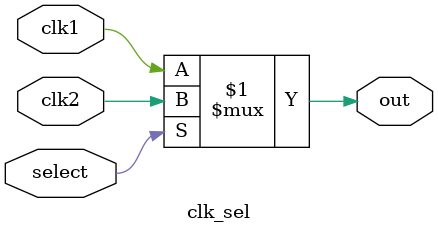
<source format=v>
`timescale 1ns / 1ps
module clk_sel(clk1, clk2,  select, out);

// define input  port
input clk1, clk2;
input select;

// define the output port
output out;




assign out  = select ? clk2 : clk1;


endmodule 

</source>
